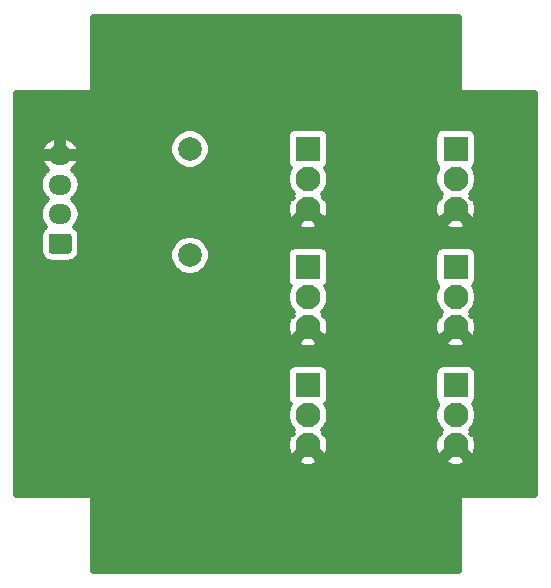
<source format=gbr>
%TF.GenerationSoftware,KiCad,Pcbnew,5.1.10-88a1d61d58~90~ubuntu20.04.1*%
%TF.CreationDate,2021-07-30T18:16:54+01:00*%
%TF.ProjectId,temp_breakout,74656d70-5f62-4726-9561-6b6f75742e6b,rev?*%
%TF.SameCoordinates,Original*%
%TF.FileFunction,Copper,L2,Bot*%
%TF.FilePolarity,Positive*%
%FSLAX46Y46*%
G04 Gerber Fmt 4.6, Leading zero omitted, Abs format (unit mm)*
G04 Created by KiCad (PCBNEW 5.1.10-88a1d61d58~90~ubuntu20.04.1) date 2021-07-30 18:16:54*
%MOMM*%
%LPD*%
G01*
G04 APERTURE LIST*
%TA.AperFunction,ComponentPad*%
%ADD10C,2.100000*%
%TD*%
%TA.AperFunction,ComponentPad*%
%ADD11R,2.100000X2.100000*%
%TD*%
%TA.AperFunction,ComponentPad*%
%ADD12C,2.000000*%
%TD*%
%TA.AperFunction,ComponentPad*%
%ADD13O,1.950000X1.700000*%
%TD*%
%TA.AperFunction,Conductor*%
%ADD14C,0.500000*%
%TD*%
%TA.AperFunction,Conductor*%
%ADD15C,0.100000*%
%TD*%
G04 APERTURE END LIST*
D10*
%TO.P,J5,3*%
%TO.N,GND*%
X150000000Y-97580000D03*
%TO.P,J5,2*%
%TO.N,esp_pin*%
X150000000Y-95040000D03*
D11*
%TO.P,J5,1*%
%TO.N,+5V*%
X150000000Y-92500000D03*
%TD*%
D10*
%TO.P,J7,3*%
%TO.N,GND*%
X150000000Y-107580000D03*
%TO.P,J7,2*%
%TO.N,esp_pin*%
X150000000Y-105040000D03*
D11*
%TO.P,J7,1*%
%TO.N,+5V*%
X150000000Y-102500000D03*
%TD*%
D10*
%TO.P,J6,3*%
%TO.N,GND*%
X150000000Y-117580000D03*
%TO.P,J6,2*%
%TO.N,esp_pin*%
X150000000Y-115040000D03*
D11*
%TO.P,J6,1*%
%TO.N,+5V*%
X150000000Y-112500000D03*
%TD*%
D10*
%TO.P,J3,3*%
%TO.N,GND*%
X137500000Y-117580000D03*
%TO.P,J3,2*%
%TO.N,esp_pin*%
X137500000Y-115040000D03*
D11*
%TO.P,J3,1*%
%TO.N,+5V*%
X137500000Y-112500000D03*
%TD*%
D10*
%TO.P,J4,3*%
%TO.N,GND*%
X137500000Y-107580000D03*
%TO.P,J4,2*%
%TO.N,esp_pin*%
X137500000Y-105040000D03*
D11*
%TO.P,J4,1*%
%TO.N,+5V*%
X137500000Y-102500000D03*
%TD*%
D12*
%TO.P,R1,2*%
%TO.N,+5V*%
X127500000Y-92500000D03*
%TO.P,R1,1*%
%TO.N,esp_pin*%
X127500000Y-101500000D03*
%TD*%
D10*
%TO.P,J2,3*%
%TO.N,GND*%
X137500000Y-97580000D03*
%TO.P,J2,2*%
%TO.N,esp_pin*%
X137500000Y-95040000D03*
D11*
%TO.P,J2,1*%
%TO.N,+5V*%
X137500000Y-92500000D03*
%TD*%
D13*
%TO.P,J1,4*%
%TO.N,GND*%
X116500000Y-93000000D03*
%TO.P,J1,3*%
%TO.N,+5V*%
X116500000Y-95500000D03*
%TO.P,J1,2*%
%TO.N,Net-(J1-Pad2)*%
X116500000Y-98000000D03*
%TO.P,J1,1*%
%TO.N,esp_pin*%
%TA.AperFunction,ComponentPad*%
G36*
G01*
X117225000Y-101350000D02*
X115775000Y-101350000D01*
G75*
G02*
X115525000Y-101100000I0J250000D01*
G01*
X115525000Y-99900000D01*
G75*
G02*
X115775000Y-99650000I250000J0D01*
G01*
X117225000Y-99650000D01*
G75*
G02*
X117475000Y-99900000I0J-250000D01*
G01*
X117475000Y-101100000D01*
G75*
G02*
X117225000Y-101350000I-250000J0D01*
G01*
G37*
%TD.AperFunction*%
%TD*%
D14*
%TO.N,GND*%
X150250000Y-87500000D02*
X150254804Y-87548773D01*
X150269030Y-87595671D01*
X150292133Y-87638893D01*
X150323223Y-87676777D01*
X150361107Y-87707867D01*
X150404329Y-87730970D01*
X150451227Y-87745196D01*
X150500000Y-87750000D01*
X156725000Y-87750000D01*
X156725001Y-121750000D01*
X150500000Y-121750000D01*
X150451227Y-121754804D01*
X150404329Y-121769030D01*
X150361107Y-121792133D01*
X150323223Y-121823223D01*
X150292133Y-121861107D01*
X150269030Y-121904329D01*
X150254804Y-121951227D01*
X150250000Y-122000000D01*
X150250000Y-128225000D01*
X119250000Y-128225000D01*
X119250000Y-122000000D01*
X119245196Y-121951227D01*
X119230970Y-121904329D01*
X119207867Y-121861107D01*
X119176777Y-121823223D01*
X119138893Y-121792133D01*
X119095671Y-121769030D01*
X119048773Y-121754804D01*
X119000000Y-121750000D01*
X112775000Y-121750000D01*
X112775000Y-118889432D01*
X136544121Y-118889432D01*
X136649327Y-119176178D01*
X136977070Y-119311466D01*
X137324910Y-119380215D01*
X137679479Y-119379782D01*
X138027150Y-119310185D01*
X138350673Y-119176178D01*
X138455879Y-118889432D01*
X149044121Y-118889432D01*
X149149327Y-119176178D01*
X149477070Y-119311466D01*
X149824910Y-119380215D01*
X150179479Y-119379782D01*
X150527150Y-119310185D01*
X150850673Y-119176178D01*
X150955879Y-118889432D01*
X150000000Y-117933553D01*
X149044121Y-118889432D01*
X138455879Y-118889432D01*
X137500000Y-117933553D01*
X136544121Y-118889432D01*
X112775000Y-118889432D01*
X112775000Y-111450000D01*
X135696372Y-111450000D01*
X135696372Y-113550000D01*
X135710853Y-113697026D01*
X135753739Y-113838401D01*
X135823381Y-113968693D01*
X135917105Y-114082895D01*
X135954287Y-114113409D01*
X135904861Y-114187380D01*
X135769173Y-114514959D01*
X135700000Y-114862716D01*
X135700000Y-115217284D01*
X135769173Y-115565041D01*
X135904861Y-115892620D01*
X136101849Y-116187433D01*
X136219113Y-116304697D01*
X136045126Y-116478683D01*
X136190565Y-116624122D01*
X135903822Y-116729327D01*
X135768534Y-117057070D01*
X135699785Y-117404910D01*
X135700218Y-117759479D01*
X135769815Y-118107150D01*
X135903822Y-118430673D01*
X136190568Y-118535879D01*
X137146447Y-117580000D01*
X137132305Y-117565858D01*
X137485858Y-117212305D01*
X137500000Y-117226447D01*
X137514143Y-117212305D01*
X137867696Y-117565858D01*
X137853553Y-117580000D01*
X138809432Y-118535879D01*
X139096178Y-118430673D01*
X139231466Y-118102930D01*
X139300215Y-117755090D01*
X139299782Y-117400521D01*
X139230185Y-117052850D01*
X139096178Y-116729327D01*
X138809435Y-116624122D01*
X138954874Y-116478683D01*
X138780888Y-116304697D01*
X138898151Y-116187433D01*
X139095139Y-115892620D01*
X139230827Y-115565041D01*
X139300000Y-115217284D01*
X139300000Y-114862716D01*
X139230827Y-114514959D01*
X139095139Y-114187380D01*
X139045713Y-114113409D01*
X139082895Y-114082895D01*
X139176619Y-113968693D01*
X139246261Y-113838401D01*
X139289147Y-113697026D01*
X139303628Y-113550000D01*
X139303628Y-111450000D01*
X148196372Y-111450000D01*
X148196372Y-113550000D01*
X148210853Y-113697026D01*
X148253739Y-113838401D01*
X148323381Y-113968693D01*
X148417105Y-114082895D01*
X148454287Y-114113409D01*
X148404861Y-114187380D01*
X148269173Y-114514959D01*
X148200000Y-114862716D01*
X148200000Y-115217284D01*
X148269173Y-115565041D01*
X148404861Y-115892620D01*
X148601849Y-116187433D01*
X148719113Y-116304697D01*
X148545126Y-116478683D01*
X148690565Y-116624122D01*
X148403822Y-116729327D01*
X148268534Y-117057070D01*
X148199785Y-117404910D01*
X148200218Y-117759479D01*
X148269815Y-118107150D01*
X148403822Y-118430673D01*
X148690568Y-118535879D01*
X149646447Y-117580000D01*
X149632305Y-117565858D01*
X149985858Y-117212305D01*
X150000000Y-117226447D01*
X150014143Y-117212305D01*
X150367696Y-117565858D01*
X150353553Y-117580000D01*
X151309432Y-118535879D01*
X151596178Y-118430673D01*
X151731466Y-118102930D01*
X151800215Y-117755090D01*
X151799782Y-117400521D01*
X151730185Y-117052850D01*
X151596178Y-116729327D01*
X151309435Y-116624122D01*
X151454874Y-116478683D01*
X151280888Y-116304697D01*
X151398151Y-116187433D01*
X151595139Y-115892620D01*
X151730827Y-115565041D01*
X151800000Y-115217284D01*
X151800000Y-114862716D01*
X151730827Y-114514959D01*
X151595139Y-114187380D01*
X151545713Y-114113409D01*
X151582895Y-114082895D01*
X151676619Y-113968693D01*
X151746261Y-113838401D01*
X151789147Y-113697026D01*
X151803628Y-113550000D01*
X151803628Y-111450000D01*
X151789147Y-111302974D01*
X151746261Y-111161599D01*
X151676619Y-111031307D01*
X151582895Y-110917105D01*
X151468693Y-110823381D01*
X151338401Y-110753739D01*
X151197026Y-110710853D01*
X151050000Y-110696372D01*
X148950000Y-110696372D01*
X148802974Y-110710853D01*
X148661599Y-110753739D01*
X148531307Y-110823381D01*
X148417105Y-110917105D01*
X148323381Y-111031307D01*
X148253739Y-111161599D01*
X148210853Y-111302974D01*
X148196372Y-111450000D01*
X139303628Y-111450000D01*
X139289147Y-111302974D01*
X139246261Y-111161599D01*
X139176619Y-111031307D01*
X139082895Y-110917105D01*
X138968693Y-110823381D01*
X138838401Y-110753739D01*
X138697026Y-110710853D01*
X138550000Y-110696372D01*
X136450000Y-110696372D01*
X136302974Y-110710853D01*
X136161599Y-110753739D01*
X136031307Y-110823381D01*
X135917105Y-110917105D01*
X135823381Y-111031307D01*
X135753739Y-111161599D01*
X135710853Y-111302974D01*
X135696372Y-111450000D01*
X112775000Y-111450000D01*
X112775000Y-108889432D01*
X136544121Y-108889432D01*
X136649327Y-109176178D01*
X136977070Y-109311466D01*
X137324910Y-109380215D01*
X137679479Y-109379782D01*
X138027150Y-109310185D01*
X138350673Y-109176178D01*
X138455879Y-108889432D01*
X149044121Y-108889432D01*
X149149327Y-109176178D01*
X149477070Y-109311466D01*
X149824910Y-109380215D01*
X150179479Y-109379782D01*
X150527150Y-109310185D01*
X150850673Y-109176178D01*
X150955879Y-108889432D01*
X150000000Y-107933553D01*
X149044121Y-108889432D01*
X138455879Y-108889432D01*
X137500000Y-107933553D01*
X136544121Y-108889432D01*
X112775000Y-108889432D01*
X112775000Y-95500000D01*
X114767259Y-95500000D01*
X114798151Y-95813655D01*
X114889641Y-96115256D01*
X115038212Y-96393213D01*
X115238155Y-96636845D01*
X115376035Y-96750000D01*
X115238155Y-96863155D01*
X115038212Y-97106787D01*
X114889641Y-97384744D01*
X114798151Y-97686345D01*
X114767259Y-98000000D01*
X114798151Y-98313655D01*
X114889641Y-98615256D01*
X115038212Y-98893213D01*
X115194828Y-99084050D01*
X115065328Y-99190328D01*
X114940514Y-99342414D01*
X114847769Y-99515928D01*
X114790656Y-99704202D01*
X114771372Y-99900000D01*
X114771372Y-101100000D01*
X114790656Y-101295798D01*
X114847769Y-101484072D01*
X114940514Y-101657586D01*
X115065328Y-101809672D01*
X115217414Y-101934486D01*
X115390928Y-102027231D01*
X115579202Y-102084344D01*
X115775000Y-102103628D01*
X117225000Y-102103628D01*
X117420798Y-102084344D01*
X117609072Y-102027231D01*
X117782586Y-101934486D01*
X117934672Y-101809672D01*
X118059486Y-101657586D01*
X118152231Y-101484072D01*
X118199684Y-101327640D01*
X125750000Y-101327640D01*
X125750000Y-101672360D01*
X125817251Y-102010456D01*
X125949170Y-102328936D01*
X126140686Y-102615560D01*
X126384440Y-102859314D01*
X126671064Y-103050830D01*
X126989544Y-103182749D01*
X127327640Y-103250000D01*
X127672360Y-103250000D01*
X128010456Y-103182749D01*
X128328936Y-103050830D01*
X128615560Y-102859314D01*
X128859314Y-102615560D01*
X129050830Y-102328936D01*
X129182749Y-102010456D01*
X129250000Y-101672360D01*
X129250000Y-101450000D01*
X135696372Y-101450000D01*
X135696372Y-103550000D01*
X135710853Y-103697026D01*
X135753739Y-103838401D01*
X135823381Y-103968693D01*
X135917105Y-104082895D01*
X135954287Y-104113409D01*
X135904861Y-104187380D01*
X135769173Y-104514959D01*
X135700000Y-104862716D01*
X135700000Y-105217284D01*
X135769173Y-105565041D01*
X135904861Y-105892620D01*
X136101849Y-106187433D01*
X136219113Y-106304697D01*
X136045126Y-106478683D01*
X136190565Y-106624122D01*
X135903822Y-106729327D01*
X135768534Y-107057070D01*
X135699785Y-107404910D01*
X135700218Y-107759479D01*
X135769815Y-108107150D01*
X135903822Y-108430673D01*
X136190568Y-108535879D01*
X137146447Y-107580000D01*
X137132305Y-107565858D01*
X137485858Y-107212305D01*
X137500000Y-107226447D01*
X137514143Y-107212305D01*
X137867696Y-107565858D01*
X137853553Y-107580000D01*
X138809432Y-108535879D01*
X139096178Y-108430673D01*
X139231466Y-108102930D01*
X139300215Y-107755090D01*
X139299782Y-107400521D01*
X139230185Y-107052850D01*
X139096178Y-106729327D01*
X138809435Y-106624122D01*
X138954874Y-106478683D01*
X138780888Y-106304697D01*
X138898151Y-106187433D01*
X139095139Y-105892620D01*
X139230827Y-105565041D01*
X139300000Y-105217284D01*
X139300000Y-104862716D01*
X139230827Y-104514959D01*
X139095139Y-104187380D01*
X139045713Y-104113409D01*
X139082895Y-104082895D01*
X139176619Y-103968693D01*
X139246261Y-103838401D01*
X139289147Y-103697026D01*
X139303628Y-103550000D01*
X139303628Y-101450000D01*
X148196372Y-101450000D01*
X148196372Y-103550000D01*
X148210853Y-103697026D01*
X148253739Y-103838401D01*
X148323381Y-103968693D01*
X148417105Y-104082895D01*
X148454287Y-104113409D01*
X148404861Y-104187380D01*
X148269173Y-104514959D01*
X148200000Y-104862716D01*
X148200000Y-105217284D01*
X148269173Y-105565041D01*
X148404861Y-105892620D01*
X148601849Y-106187433D01*
X148719113Y-106304697D01*
X148545126Y-106478683D01*
X148690565Y-106624122D01*
X148403822Y-106729327D01*
X148268534Y-107057070D01*
X148199785Y-107404910D01*
X148200218Y-107759479D01*
X148269815Y-108107150D01*
X148403822Y-108430673D01*
X148690568Y-108535879D01*
X149646447Y-107580000D01*
X149632305Y-107565858D01*
X149985858Y-107212305D01*
X150000000Y-107226447D01*
X150014143Y-107212305D01*
X150367696Y-107565858D01*
X150353553Y-107580000D01*
X151309432Y-108535879D01*
X151596178Y-108430673D01*
X151731466Y-108102930D01*
X151800215Y-107755090D01*
X151799782Y-107400521D01*
X151730185Y-107052850D01*
X151596178Y-106729327D01*
X151309435Y-106624122D01*
X151454874Y-106478683D01*
X151280888Y-106304697D01*
X151398151Y-106187433D01*
X151595139Y-105892620D01*
X151730827Y-105565041D01*
X151800000Y-105217284D01*
X151800000Y-104862716D01*
X151730827Y-104514959D01*
X151595139Y-104187380D01*
X151545713Y-104113409D01*
X151582895Y-104082895D01*
X151676619Y-103968693D01*
X151746261Y-103838401D01*
X151789147Y-103697026D01*
X151803628Y-103550000D01*
X151803628Y-101450000D01*
X151789147Y-101302974D01*
X151746261Y-101161599D01*
X151676619Y-101031307D01*
X151582895Y-100917105D01*
X151468693Y-100823381D01*
X151338401Y-100753739D01*
X151197026Y-100710853D01*
X151050000Y-100696372D01*
X148950000Y-100696372D01*
X148802974Y-100710853D01*
X148661599Y-100753739D01*
X148531307Y-100823381D01*
X148417105Y-100917105D01*
X148323381Y-101031307D01*
X148253739Y-101161599D01*
X148210853Y-101302974D01*
X148196372Y-101450000D01*
X139303628Y-101450000D01*
X139289147Y-101302974D01*
X139246261Y-101161599D01*
X139176619Y-101031307D01*
X139082895Y-100917105D01*
X138968693Y-100823381D01*
X138838401Y-100753739D01*
X138697026Y-100710853D01*
X138550000Y-100696372D01*
X136450000Y-100696372D01*
X136302974Y-100710853D01*
X136161599Y-100753739D01*
X136031307Y-100823381D01*
X135917105Y-100917105D01*
X135823381Y-101031307D01*
X135753739Y-101161599D01*
X135710853Y-101302974D01*
X135696372Y-101450000D01*
X129250000Y-101450000D01*
X129250000Y-101327640D01*
X129182749Y-100989544D01*
X129050830Y-100671064D01*
X128859314Y-100384440D01*
X128615560Y-100140686D01*
X128328936Y-99949170D01*
X128010456Y-99817251D01*
X127672360Y-99750000D01*
X127327640Y-99750000D01*
X126989544Y-99817251D01*
X126671064Y-99949170D01*
X126384440Y-100140686D01*
X126140686Y-100384440D01*
X125949170Y-100671064D01*
X125817251Y-100989544D01*
X125750000Y-101327640D01*
X118199684Y-101327640D01*
X118209344Y-101295798D01*
X118228628Y-101100000D01*
X118228628Y-99900000D01*
X118209344Y-99704202D01*
X118152231Y-99515928D01*
X118059486Y-99342414D01*
X117934672Y-99190328D01*
X117805172Y-99084050D01*
X117961788Y-98893213D01*
X117963808Y-98889432D01*
X136544121Y-98889432D01*
X136649327Y-99176178D01*
X136977070Y-99311466D01*
X137324910Y-99380215D01*
X137679479Y-99379782D01*
X138027150Y-99310185D01*
X138350673Y-99176178D01*
X138455879Y-98889432D01*
X149044121Y-98889432D01*
X149149327Y-99176178D01*
X149477070Y-99311466D01*
X149824910Y-99380215D01*
X150179479Y-99379782D01*
X150527150Y-99310185D01*
X150850673Y-99176178D01*
X150955879Y-98889432D01*
X150000000Y-97933553D01*
X149044121Y-98889432D01*
X138455879Y-98889432D01*
X137500000Y-97933553D01*
X136544121Y-98889432D01*
X117963808Y-98889432D01*
X118110359Y-98615256D01*
X118201849Y-98313655D01*
X118232741Y-98000000D01*
X118201849Y-97686345D01*
X118110359Y-97384744D01*
X117961788Y-97106787D01*
X117761845Y-96863155D01*
X117623965Y-96750000D01*
X117761845Y-96636845D01*
X117961788Y-96393213D01*
X118110359Y-96115256D01*
X118201849Y-95813655D01*
X118232741Y-95500000D01*
X118201849Y-95186345D01*
X118110359Y-94884744D01*
X117961788Y-94606787D01*
X117761845Y-94363155D01*
X117615728Y-94243240D01*
X117796226Y-94082876D01*
X117984980Y-93833574D01*
X118121471Y-93552238D01*
X118146783Y-93494143D01*
X118015200Y-93250000D01*
X116750000Y-93250000D01*
X116750000Y-93270000D01*
X116250000Y-93270000D01*
X116250000Y-93250000D01*
X114984800Y-93250000D01*
X114853217Y-93494143D01*
X114878529Y-93552238D01*
X115015020Y-93833574D01*
X115203774Y-94082876D01*
X115384272Y-94243240D01*
X115238155Y-94363155D01*
X115038212Y-94606787D01*
X114889641Y-94884744D01*
X114798151Y-95186345D01*
X114767259Y-95500000D01*
X112775000Y-95500000D01*
X112775000Y-92505857D01*
X114853217Y-92505857D01*
X114984800Y-92750000D01*
X116250000Y-92750000D01*
X116250000Y-91597291D01*
X116750000Y-91597291D01*
X116750000Y-92750000D01*
X118015200Y-92750000D01*
X118146783Y-92505857D01*
X118121471Y-92447762D01*
X118063194Y-92327640D01*
X125750000Y-92327640D01*
X125750000Y-92672360D01*
X125817251Y-93010456D01*
X125949170Y-93328936D01*
X126140686Y-93615560D01*
X126384440Y-93859314D01*
X126671064Y-94050830D01*
X126989544Y-94182749D01*
X127327640Y-94250000D01*
X127672360Y-94250000D01*
X128010456Y-94182749D01*
X128328936Y-94050830D01*
X128615560Y-93859314D01*
X128859314Y-93615560D01*
X129050830Y-93328936D01*
X129182749Y-93010456D01*
X129250000Y-92672360D01*
X129250000Y-92327640D01*
X129182749Y-91989544D01*
X129050830Y-91671064D01*
X128903120Y-91450000D01*
X135696372Y-91450000D01*
X135696372Y-93550000D01*
X135710853Y-93697026D01*
X135753739Y-93838401D01*
X135823381Y-93968693D01*
X135917105Y-94082895D01*
X135954287Y-94113409D01*
X135904861Y-94187380D01*
X135769173Y-94514959D01*
X135700000Y-94862716D01*
X135700000Y-95217284D01*
X135769173Y-95565041D01*
X135904861Y-95892620D01*
X136101849Y-96187433D01*
X136219113Y-96304697D01*
X136045126Y-96478683D01*
X136190565Y-96624122D01*
X135903822Y-96729327D01*
X135768534Y-97057070D01*
X135699785Y-97404910D01*
X135700218Y-97759479D01*
X135769815Y-98107150D01*
X135903822Y-98430673D01*
X136190568Y-98535879D01*
X137146447Y-97580000D01*
X137132305Y-97565858D01*
X137485858Y-97212305D01*
X137500000Y-97226447D01*
X137514143Y-97212305D01*
X137867696Y-97565858D01*
X137853553Y-97580000D01*
X138809432Y-98535879D01*
X139096178Y-98430673D01*
X139231466Y-98102930D01*
X139300215Y-97755090D01*
X139299782Y-97400521D01*
X139230185Y-97052850D01*
X139096178Y-96729327D01*
X138809435Y-96624122D01*
X138954874Y-96478683D01*
X138780888Y-96304697D01*
X138898151Y-96187433D01*
X139095139Y-95892620D01*
X139230827Y-95565041D01*
X139300000Y-95217284D01*
X139300000Y-94862716D01*
X139230827Y-94514959D01*
X139095139Y-94187380D01*
X139045713Y-94113409D01*
X139082895Y-94082895D01*
X139176619Y-93968693D01*
X139246261Y-93838401D01*
X139289147Y-93697026D01*
X139303628Y-93550000D01*
X139303628Y-91450000D01*
X148196372Y-91450000D01*
X148196372Y-93550000D01*
X148210853Y-93697026D01*
X148253739Y-93838401D01*
X148323381Y-93968693D01*
X148417105Y-94082895D01*
X148454287Y-94113409D01*
X148404861Y-94187380D01*
X148269173Y-94514959D01*
X148200000Y-94862716D01*
X148200000Y-95217284D01*
X148269173Y-95565041D01*
X148404861Y-95892620D01*
X148601849Y-96187433D01*
X148719113Y-96304697D01*
X148545126Y-96478683D01*
X148690565Y-96624122D01*
X148403822Y-96729327D01*
X148268534Y-97057070D01*
X148199785Y-97404910D01*
X148200218Y-97759479D01*
X148269815Y-98107150D01*
X148403822Y-98430673D01*
X148690568Y-98535879D01*
X149646447Y-97580000D01*
X149632305Y-97565858D01*
X149985858Y-97212305D01*
X150000000Y-97226447D01*
X150014143Y-97212305D01*
X150367696Y-97565858D01*
X150353553Y-97580000D01*
X151309432Y-98535879D01*
X151596178Y-98430673D01*
X151731466Y-98102930D01*
X151800215Y-97755090D01*
X151799782Y-97400521D01*
X151730185Y-97052850D01*
X151596178Y-96729327D01*
X151309435Y-96624122D01*
X151454874Y-96478683D01*
X151280888Y-96304697D01*
X151398151Y-96187433D01*
X151595139Y-95892620D01*
X151730827Y-95565041D01*
X151800000Y-95217284D01*
X151800000Y-94862716D01*
X151730827Y-94514959D01*
X151595139Y-94187380D01*
X151545713Y-94113409D01*
X151582895Y-94082895D01*
X151676619Y-93968693D01*
X151746261Y-93838401D01*
X151789147Y-93697026D01*
X151803628Y-93550000D01*
X151803628Y-91450000D01*
X151789147Y-91302974D01*
X151746261Y-91161599D01*
X151676619Y-91031307D01*
X151582895Y-90917105D01*
X151468693Y-90823381D01*
X151338401Y-90753739D01*
X151197026Y-90710853D01*
X151050000Y-90696372D01*
X148950000Y-90696372D01*
X148802974Y-90710853D01*
X148661599Y-90753739D01*
X148531307Y-90823381D01*
X148417105Y-90917105D01*
X148323381Y-91031307D01*
X148253739Y-91161599D01*
X148210853Y-91302974D01*
X148196372Y-91450000D01*
X139303628Y-91450000D01*
X139289147Y-91302974D01*
X139246261Y-91161599D01*
X139176619Y-91031307D01*
X139082895Y-90917105D01*
X138968693Y-90823381D01*
X138838401Y-90753739D01*
X138697026Y-90710853D01*
X138550000Y-90696372D01*
X136450000Y-90696372D01*
X136302974Y-90710853D01*
X136161599Y-90753739D01*
X136031307Y-90823381D01*
X135917105Y-90917105D01*
X135823381Y-91031307D01*
X135753739Y-91161599D01*
X135710853Y-91302974D01*
X135696372Y-91450000D01*
X128903120Y-91450000D01*
X128859314Y-91384440D01*
X128615560Y-91140686D01*
X128328936Y-90949170D01*
X128010456Y-90817251D01*
X127672360Y-90750000D01*
X127327640Y-90750000D01*
X126989544Y-90817251D01*
X126671064Y-90949170D01*
X126384440Y-91140686D01*
X126140686Y-91384440D01*
X125949170Y-91671064D01*
X125817251Y-91989544D01*
X125750000Y-92327640D01*
X118063194Y-92327640D01*
X117984980Y-92166426D01*
X117796226Y-91917124D01*
X117562463Y-91709436D01*
X117292673Y-91551344D01*
X116997225Y-91448923D01*
X116750000Y-91597291D01*
X116250000Y-91597291D01*
X116002775Y-91448923D01*
X115707327Y-91551344D01*
X115437537Y-91709436D01*
X115203774Y-91917124D01*
X115015020Y-92166426D01*
X114878529Y-92447762D01*
X114853217Y-92505857D01*
X112775000Y-92505857D01*
X112775000Y-87750000D01*
X119000000Y-87750000D01*
X119048773Y-87745196D01*
X119095671Y-87730970D01*
X119138893Y-87707867D01*
X119176777Y-87676777D01*
X119207867Y-87638893D01*
X119230970Y-87595671D01*
X119245196Y-87548773D01*
X119250000Y-87500000D01*
X119250000Y-81275000D01*
X150250000Y-81275000D01*
X150250000Y-87500000D01*
%TA.AperFunction,Conductor*%
D15*
G36*
X150250000Y-87500000D02*
G01*
X150254804Y-87548773D01*
X150269030Y-87595671D01*
X150292133Y-87638893D01*
X150323223Y-87676777D01*
X150361107Y-87707867D01*
X150404329Y-87730970D01*
X150451227Y-87745196D01*
X150500000Y-87750000D01*
X156725000Y-87750000D01*
X156725001Y-121750000D01*
X150500000Y-121750000D01*
X150451227Y-121754804D01*
X150404329Y-121769030D01*
X150361107Y-121792133D01*
X150323223Y-121823223D01*
X150292133Y-121861107D01*
X150269030Y-121904329D01*
X150254804Y-121951227D01*
X150250000Y-122000000D01*
X150250000Y-128225000D01*
X119250000Y-128225000D01*
X119250000Y-122000000D01*
X119245196Y-121951227D01*
X119230970Y-121904329D01*
X119207867Y-121861107D01*
X119176777Y-121823223D01*
X119138893Y-121792133D01*
X119095671Y-121769030D01*
X119048773Y-121754804D01*
X119000000Y-121750000D01*
X112775000Y-121750000D01*
X112775000Y-118889432D01*
X136544121Y-118889432D01*
X136649327Y-119176178D01*
X136977070Y-119311466D01*
X137324910Y-119380215D01*
X137679479Y-119379782D01*
X138027150Y-119310185D01*
X138350673Y-119176178D01*
X138455879Y-118889432D01*
X149044121Y-118889432D01*
X149149327Y-119176178D01*
X149477070Y-119311466D01*
X149824910Y-119380215D01*
X150179479Y-119379782D01*
X150527150Y-119310185D01*
X150850673Y-119176178D01*
X150955879Y-118889432D01*
X150000000Y-117933553D01*
X149044121Y-118889432D01*
X138455879Y-118889432D01*
X137500000Y-117933553D01*
X136544121Y-118889432D01*
X112775000Y-118889432D01*
X112775000Y-111450000D01*
X135696372Y-111450000D01*
X135696372Y-113550000D01*
X135710853Y-113697026D01*
X135753739Y-113838401D01*
X135823381Y-113968693D01*
X135917105Y-114082895D01*
X135954287Y-114113409D01*
X135904861Y-114187380D01*
X135769173Y-114514959D01*
X135700000Y-114862716D01*
X135700000Y-115217284D01*
X135769173Y-115565041D01*
X135904861Y-115892620D01*
X136101849Y-116187433D01*
X136219113Y-116304697D01*
X136045126Y-116478683D01*
X136190565Y-116624122D01*
X135903822Y-116729327D01*
X135768534Y-117057070D01*
X135699785Y-117404910D01*
X135700218Y-117759479D01*
X135769815Y-118107150D01*
X135903822Y-118430673D01*
X136190568Y-118535879D01*
X137146447Y-117580000D01*
X137132305Y-117565858D01*
X137485858Y-117212305D01*
X137500000Y-117226447D01*
X137514143Y-117212305D01*
X137867696Y-117565858D01*
X137853553Y-117580000D01*
X138809432Y-118535879D01*
X139096178Y-118430673D01*
X139231466Y-118102930D01*
X139300215Y-117755090D01*
X139299782Y-117400521D01*
X139230185Y-117052850D01*
X139096178Y-116729327D01*
X138809435Y-116624122D01*
X138954874Y-116478683D01*
X138780888Y-116304697D01*
X138898151Y-116187433D01*
X139095139Y-115892620D01*
X139230827Y-115565041D01*
X139300000Y-115217284D01*
X139300000Y-114862716D01*
X139230827Y-114514959D01*
X139095139Y-114187380D01*
X139045713Y-114113409D01*
X139082895Y-114082895D01*
X139176619Y-113968693D01*
X139246261Y-113838401D01*
X139289147Y-113697026D01*
X139303628Y-113550000D01*
X139303628Y-111450000D01*
X148196372Y-111450000D01*
X148196372Y-113550000D01*
X148210853Y-113697026D01*
X148253739Y-113838401D01*
X148323381Y-113968693D01*
X148417105Y-114082895D01*
X148454287Y-114113409D01*
X148404861Y-114187380D01*
X148269173Y-114514959D01*
X148200000Y-114862716D01*
X148200000Y-115217284D01*
X148269173Y-115565041D01*
X148404861Y-115892620D01*
X148601849Y-116187433D01*
X148719113Y-116304697D01*
X148545126Y-116478683D01*
X148690565Y-116624122D01*
X148403822Y-116729327D01*
X148268534Y-117057070D01*
X148199785Y-117404910D01*
X148200218Y-117759479D01*
X148269815Y-118107150D01*
X148403822Y-118430673D01*
X148690568Y-118535879D01*
X149646447Y-117580000D01*
X149632305Y-117565858D01*
X149985858Y-117212305D01*
X150000000Y-117226447D01*
X150014143Y-117212305D01*
X150367696Y-117565858D01*
X150353553Y-117580000D01*
X151309432Y-118535879D01*
X151596178Y-118430673D01*
X151731466Y-118102930D01*
X151800215Y-117755090D01*
X151799782Y-117400521D01*
X151730185Y-117052850D01*
X151596178Y-116729327D01*
X151309435Y-116624122D01*
X151454874Y-116478683D01*
X151280888Y-116304697D01*
X151398151Y-116187433D01*
X151595139Y-115892620D01*
X151730827Y-115565041D01*
X151800000Y-115217284D01*
X151800000Y-114862716D01*
X151730827Y-114514959D01*
X151595139Y-114187380D01*
X151545713Y-114113409D01*
X151582895Y-114082895D01*
X151676619Y-113968693D01*
X151746261Y-113838401D01*
X151789147Y-113697026D01*
X151803628Y-113550000D01*
X151803628Y-111450000D01*
X151789147Y-111302974D01*
X151746261Y-111161599D01*
X151676619Y-111031307D01*
X151582895Y-110917105D01*
X151468693Y-110823381D01*
X151338401Y-110753739D01*
X151197026Y-110710853D01*
X151050000Y-110696372D01*
X148950000Y-110696372D01*
X148802974Y-110710853D01*
X148661599Y-110753739D01*
X148531307Y-110823381D01*
X148417105Y-110917105D01*
X148323381Y-111031307D01*
X148253739Y-111161599D01*
X148210853Y-111302974D01*
X148196372Y-111450000D01*
X139303628Y-111450000D01*
X139289147Y-111302974D01*
X139246261Y-111161599D01*
X139176619Y-111031307D01*
X139082895Y-110917105D01*
X138968693Y-110823381D01*
X138838401Y-110753739D01*
X138697026Y-110710853D01*
X138550000Y-110696372D01*
X136450000Y-110696372D01*
X136302974Y-110710853D01*
X136161599Y-110753739D01*
X136031307Y-110823381D01*
X135917105Y-110917105D01*
X135823381Y-111031307D01*
X135753739Y-111161599D01*
X135710853Y-111302974D01*
X135696372Y-111450000D01*
X112775000Y-111450000D01*
X112775000Y-108889432D01*
X136544121Y-108889432D01*
X136649327Y-109176178D01*
X136977070Y-109311466D01*
X137324910Y-109380215D01*
X137679479Y-109379782D01*
X138027150Y-109310185D01*
X138350673Y-109176178D01*
X138455879Y-108889432D01*
X149044121Y-108889432D01*
X149149327Y-109176178D01*
X149477070Y-109311466D01*
X149824910Y-109380215D01*
X150179479Y-109379782D01*
X150527150Y-109310185D01*
X150850673Y-109176178D01*
X150955879Y-108889432D01*
X150000000Y-107933553D01*
X149044121Y-108889432D01*
X138455879Y-108889432D01*
X137500000Y-107933553D01*
X136544121Y-108889432D01*
X112775000Y-108889432D01*
X112775000Y-95500000D01*
X114767259Y-95500000D01*
X114798151Y-95813655D01*
X114889641Y-96115256D01*
X115038212Y-96393213D01*
X115238155Y-96636845D01*
X115376035Y-96750000D01*
X115238155Y-96863155D01*
X115038212Y-97106787D01*
X114889641Y-97384744D01*
X114798151Y-97686345D01*
X114767259Y-98000000D01*
X114798151Y-98313655D01*
X114889641Y-98615256D01*
X115038212Y-98893213D01*
X115194828Y-99084050D01*
X115065328Y-99190328D01*
X114940514Y-99342414D01*
X114847769Y-99515928D01*
X114790656Y-99704202D01*
X114771372Y-99900000D01*
X114771372Y-101100000D01*
X114790656Y-101295798D01*
X114847769Y-101484072D01*
X114940514Y-101657586D01*
X115065328Y-101809672D01*
X115217414Y-101934486D01*
X115390928Y-102027231D01*
X115579202Y-102084344D01*
X115775000Y-102103628D01*
X117225000Y-102103628D01*
X117420798Y-102084344D01*
X117609072Y-102027231D01*
X117782586Y-101934486D01*
X117934672Y-101809672D01*
X118059486Y-101657586D01*
X118152231Y-101484072D01*
X118199684Y-101327640D01*
X125750000Y-101327640D01*
X125750000Y-101672360D01*
X125817251Y-102010456D01*
X125949170Y-102328936D01*
X126140686Y-102615560D01*
X126384440Y-102859314D01*
X126671064Y-103050830D01*
X126989544Y-103182749D01*
X127327640Y-103250000D01*
X127672360Y-103250000D01*
X128010456Y-103182749D01*
X128328936Y-103050830D01*
X128615560Y-102859314D01*
X128859314Y-102615560D01*
X129050830Y-102328936D01*
X129182749Y-102010456D01*
X129250000Y-101672360D01*
X129250000Y-101450000D01*
X135696372Y-101450000D01*
X135696372Y-103550000D01*
X135710853Y-103697026D01*
X135753739Y-103838401D01*
X135823381Y-103968693D01*
X135917105Y-104082895D01*
X135954287Y-104113409D01*
X135904861Y-104187380D01*
X135769173Y-104514959D01*
X135700000Y-104862716D01*
X135700000Y-105217284D01*
X135769173Y-105565041D01*
X135904861Y-105892620D01*
X136101849Y-106187433D01*
X136219113Y-106304697D01*
X136045126Y-106478683D01*
X136190565Y-106624122D01*
X135903822Y-106729327D01*
X135768534Y-107057070D01*
X135699785Y-107404910D01*
X135700218Y-107759479D01*
X135769815Y-108107150D01*
X135903822Y-108430673D01*
X136190568Y-108535879D01*
X137146447Y-107580000D01*
X137132305Y-107565858D01*
X137485858Y-107212305D01*
X137500000Y-107226447D01*
X137514143Y-107212305D01*
X137867696Y-107565858D01*
X137853553Y-107580000D01*
X138809432Y-108535879D01*
X139096178Y-108430673D01*
X139231466Y-108102930D01*
X139300215Y-107755090D01*
X139299782Y-107400521D01*
X139230185Y-107052850D01*
X139096178Y-106729327D01*
X138809435Y-106624122D01*
X138954874Y-106478683D01*
X138780888Y-106304697D01*
X138898151Y-106187433D01*
X139095139Y-105892620D01*
X139230827Y-105565041D01*
X139300000Y-105217284D01*
X139300000Y-104862716D01*
X139230827Y-104514959D01*
X139095139Y-104187380D01*
X139045713Y-104113409D01*
X139082895Y-104082895D01*
X139176619Y-103968693D01*
X139246261Y-103838401D01*
X139289147Y-103697026D01*
X139303628Y-103550000D01*
X139303628Y-101450000D01*
X148196372Y-101450000D01*
X148196372Y-103550000D01*
X148210853Y-103697026D01*
X148253739Y-103838401D01*
X148323381Y-103968693D01*
X148417105Y-104082895D01*
X148454287Y-104113409D01*
X148404861Y-104187380D01*
X148269173Y-104514959D01*
X148200000Y-104862716D01*
X148200000Y-105217284D01*
X148269173Y-105565041D01*
X148404861Y-105892620D01*
X148601849Y-106187433D01*
X148719113Y-106304697D01*
X148545126Y-106478683D01*
X148690565Y-106624122D01*
X148403822Y-106729327D01*
X148268534Y-107057070D01*
X148199785Y-107404910D01*
X148200218Y-107759479D01*
X148269815Y-108107150D01*
X148403822Y-108430673D01*
X148690568Y-108535879D01*
X149646447Y-107580000D01*
X149632305Y-107565858D01*
X149985858Y-107212305D01*
X150000000Y-107226447D01*
X150014143Y-107212305D01*
X150367696Y-107565858D01*
X150353553Y-107580000D01*
X151309432Y-108535879D01*
X151596178Y-108430673D01*
X151731466Y-108102930D01*
X151800215Y-107755090D01*
X151799782Y-107400521D01*
X151730185Y-107052850D01*
X151596178Y-106729327D01*
X151309435Y-106624122D01*
X151454874Y-106478683D01*
X151280888Y-106304697D01*
X151398151Y-106187433D01*
X151595139Y-105892620D01*
X151730827Y-105565041D01*
X151800000Y-105217284D01*
X151800000Y-104862716D01*
X151730827Y-104514959D01*
X151595139Y-104187380D01*
X151545713Y-104113409D01*
X151582895Y-104082895D01*
X151676619Y-103968693D01*
X151746261Y-103838401D01*
X151789147Y-103697026D01*
X151803628Y-103550000D01*
X151803628Y-101450000D01*
X151789147Y-101302974D01*
X151746261Y-101161599D01*
X151676619Y-101031307D01*
X151582895Y-100917105D01*
X151468693Y-100823381D01*
X151338401Y-100753739D01*
X151197026Y-100710853D01*
X151050000Y-100696372D01*
X148950000Y-100696372D01*
X148802974Y-100710853D01*
X148661599Y-100753739D01*
X148531307Y-100823381D01*
X148417105Y-100917105D01*
X148323381Y-101031307D01*
X148253739Y-101161599D01*
X148210853Y-101302974D01*
X148196372Y-101450000D01*
X139303628Y-101450000D01*
X139289147Y-101302974D01*
X139246261Y-101161599D01*
X139176619Y-101031307D01*
X139082895Y-100917105D01*
X138968693Y-100823381D01*
X138838401Y-100753739D01*
X138697026Y-100710853D01*
X138550000Y-100696372D01*
X136450000Y-100696372D01*
X136302974Y-100710853D01*
X136161599Y-100753739D01*
X136031307Y-100823381D01*
X135917105Y-100917105D01*
X135823381Y-101031307D01*
X135753739Y-101161599D01*
X135710853Y-101302974D01*
X135696372Y-101450000D01*
X129250000Y-101450000D01*
X129250000Y-101327640D01*
X129182749Y-100989544D01*
X129050830Y-100671064D01*
X128859314Y-100384440D01*
X128615560Y-100140686D01*
X128328936Y-99949170D01*
X128010456Y-99817251D01*
X127672360Y-99750000D01*
X127327640Y-99750000D01*
X126989544Y-99817251D01*
X126671064Y-99949170D01*
X126384440Y-100140686D01*
X126140686Y-100384440D01*
X125949170Y-100671064D01*
X125817251Y-100989544D01*
X125750000Y-101327640D01*
X118199684Y-101327640D01*
X118209344Y-101295798D01*
X118228628Y-101100000D01*
X118228628Y-99900000D01*
X118209344Y-99704202D01*
X118152231Y-99515928D01*
X118059486Y-99342414D01*
X117934672Y-99190328D01*
X117805172Y-99084050D01*
X117961788Y-98893213D01*
X117963808Y-98889432D01*
X136544121Y-98889432D01*
X136649327Y-99176178D01*
X136977070Y-99311466D01*
X137324910Y-99380215D01*
X137679479Y-99379782D01*
X138027150Y-99310185D01*
X138350673Y-99176178D01*
X138455879Y-98889432D01*
X149044121Y-98889432D01*
X149149327Y-99176178D01*
X149477070Y-99311466D01*
X149824910Y-99380215D01*
X150179479Y-99379782D01*
X150527150Y-99310185D01*
X150850673Y-99176178D01*
X150955879Y-98889432D01*
X150000000Y-97933553D01*
X149044121Y-98889432D01*
X138455879Y-98889432D01*
X137500000Y-97933553D01*
X136544121Y-98889432D01*
X117963808Y-98889432D01*
X118110359Y-98615256D01*
X118201849Y-98313655D01*
X118232741Y-98000000D01*
X118201849Y-97686345D01*
X118110359Y-97384744D01*
X117961788Y-97106787D01*
X117761845Y-96863155D01*
X117623965Y-96750000D01*
X117761845Y-96636845D01*
X117961788Y-96393213D01*
X118110359Y-96115256D01*
X118201849Y-95813655D01*
X118232741Y-95500000D01*
X118201849Y-95186345D01*
X118110359Y-94884744D01*
X117961788Y-94606787D01*
X117761845Y-94363155D01*
X117615728Y-94243240D01*
X117796226Y-94082876D01*
X117984980Y-93833574D01*
X118121471Y-93552238D01*
X118146783Y-93494143D01*
X118015200Y-93250000D01*
X116750000Y-93250000D01*
X116750000Y-93270000D01*
X116250000Y-93270000D01*
X116250000Y-93250000D01*
X114984800Y-93250000D01*
X114853217Y-93494143D01*
X114878529Y-93552238D01*
X115015020Y-93833574D01*
X115203774Y-94082876D01*
X115384272Y-94243240D01*
X115238155Y-94363155D01*
X115038212Y-94606787D01*
X114889641Y-94884744D01*
X114798151Y-95186345D01*
X114767259Y-95500000D01*
X112775000Y-95500000D01*
X112775000Y-92505857D01*
X114853217Y-92505857D01*
X114984800Y-92750000D01*
X116250000Y-92750000D01*
X116250000Y-91597291D01*
X116750000Y-91597291D01*
X116750000Y-92750000D01*
X118015200Y-92750000D01*
X118146783Y-92505857D01*
X118121471Y-92447762D01*
X118063194Y-92327640D01*
X125750000Y-92327640D01*
X125750000Y-92672360D01*
X125817251Y-93010456D01*
X125949170Y-93328936D01*
X126140686Y-93615560D01*
X126384440Y-93859314D01*
X126671064Y-94050830D01*
X126989544Y-94182749D01*
X127327640Y-94250000D01*
X127672360Y-94250000D01*
X128010456Y-94182749D01*
X128328936Y-94050830D01*
X128615560Y-93859314D01*
X128859314Y-93615560D01*
X129050830Y-93328936D01*
X129182749Y-93010456D01*
X129250000Y-92672360D01*
X129250000Y-92327640D01*
X129182749Y-91989544D01*
X129050830Y-91671064D01*
X128903120Y-91450000D01*
X135696372Y-91450000D01*
X135696372Y-93550000D01*
X135710853Y-93697026D01*
X135753739Y-93838401D01*
X135823381Y-93968693D01*
X135917105Y-94082895D01*
X135954287Y-94113409D01*
X135904861Y-94187380D01*
X135769173Y-94514959D01*
X135700000Y-94862716D01*
X135700000Y-95217284D01*
X135769173Y-95565041D01*
X135904861Y-95892620D01*
X136101849Y-96187433D01*
X136219113Y-96304697D01*
X136045126Y-96478683D01*
X136190565Y-96624122D01*
X135903822Y-96729327D01*
X135768534Y-97057070D01*
X135699785Y-97404910D01*
X135700218Y-97759479D01*
X135769815Y-98107150D01*
X135903822Y-98430673D01*
X136190568Y-98535879D01*
X137146447Y-97580000D01*
X137132305Y-97565858D01*
X137485858Y-97212305D01*
X137500000Y-97226447D01*
X137514143Y-97212305D01*
X137867696Y-97565858D01*
X137853553Y-97580000D01*
X138809432Y-98535879D01*
X139096178Y-98430673D01*
X139231466Y-98102930D01*
X139300215Y-97755090D01*
X139299782Y-97400521D01*
X139230185Y-97052850D01*
X139096178Y-96729327D01*
X138809435Y-96624122D01*
X138954874Y-96478683D01*
X138780888Y-96304697D01*
X138898151Y-96187433D01*
X139095139Y-95892620D01*
X139230827Y-95565041D01*
X139300000Y-95217284D01*
X139300000Y-94862716D01*
X139230827Y-94514959D01*
X139095139Y-94187380D01*
X139045713Y-94113409D01*
X139082895Y-94082895D01*
X139176619Y-93968693D01*
X139246261Y-93838401D01*
X139289147Y-93697026D01*
X139303628Y-93550000D01*
X139303628Y-91450000D01*
X148196372Y-91450000D01*
X148196372Y-93550000D01*
X148210853Y-93697026D01*
X148253739Y-93838401D01*
X148323381Y-93968693D01*
X148417105Y-94082895D01*
X148454287Y-94113409D01*
X148404861Y-94187380D01*
X148269173Y-94514959D01*
X148200000Y-94862716D01*
X148200000Y-95217284D01*
X148269173Y-95565041D01*
X148404861Y-95892620D01*
X148601849Y-96187433D01*
X148719113Y-96304697D01*
X148545126Y-96478683D01*
X148690565Y-96624122D01*
X148403822Y-96729327D01*
X148268534Y-97057070D01*
X148199785Y-97404910D01*
X148200218Y-97759479D01*
X148269815Y-98107150D01*
X148403822Y-98430673D01*
X148690568Y-98535879D01*
X149646447Y-97580000D01*
X149632305Y-97565858D01*
X149985858Y-97212305D01*
X150000000Y-97226447D01*
X150014143Y-97212305D01*
X150367696Y-97565858D01*
X150353553Y-97580000D01*
X151309432Y-98535879D01*
X151596178Y-98430673D01*
X151731466Y-98102930D01*
X151800215Y-97755090D01*
X151799782Y-97400521D01*
X151730185Y-97052850D01*
X151596178Y-96729327D01*
X151309435Y-96624122D01*
X151454874Y-96478683D01*
X151280888Y-96304697D01*
X151398151Y-96187433D01*
X151595139Y-95892620D01*
X151730827Y-95565041D01*
X151800000Y-95217284D01*
X151800000Y-94862716D01*
X151730827Y-94514959D01*
X151595139Y-94187380D01*
X151545713Y-94113409D01*
X151582895Y-94082895D01*
X151676619Y-93968693D01*
X151746261Y-93838401D01*
X151789147Y-93697026D01*
X151803628Y-93550000D01*
X151803628Y-91450000D01*
X151789147Y-91302974D01*
X151746261Y-91161599D01*
X151676619Y-91031307D01*
X151582895Y-90917105D01*
X151468693Y-90823381D01*
X151338401Y-90753739D01*
X151197026Y-90710853D01*
X151050000Y-90696372D01*
X148950000Y-90696372D01*
X148802974Y-90710853D01*
X148661599Y-90753739D01*
X148531307Y-90823381D01*
X148417105Y-90917105D01*
X148323381Y-91031307D01*
X148253739Y-91161599D01*
X148210853Y-91302974D01*
X148196372Y-91450000D01*
X139303628Y-91450000D01*
X139289147Y-91302974D01*
X139246261Y-91161599D01*
X139176619Y-91031307D01*
X139082895Y-90917105D01*
X138968693Y-90823381D01*
X138838401Y-90753739D01*
X138697026Y-90710853D01*
X138550000Y-90696372D01*
X136450000Y-90696372D01*
X136302974Y-90710853D01*
X136161599Y-90753739D01*
X136031307Y-90823381D01*
X135917105Y-90917105D01*
X135823381Y-91031307D01*
X135753739Y-91161599D01*
X135710853Y-91302974D01*
X135696372Y-91450000D01*
X128903120Y-91450000D01*
X128859314Y-91384440D01*
X128615560Y-91140686D01*
X128328936Y-90949170D01*
X128010456Y-90817251D01*
X127672360Y-90750000D01*
X127327640Y-90750000D01*
X126989544Y-90817251D01*
X126671064Y-90949170D01*
X126384440Y-91140686D01*
X126140686Y-91384440D01*
X125949170Y-91671064D01*
X125817251Y-91989544D01*
X125750000Y-92327640D01*
X118063194Y-92327640D01*
X117984980Y-92166426D01*
X117796226Y-91917124D01*
X117562463Y-91709436D01*
X117292673Y-91551344D01*
X116997225Y-91448923D01*
X116750000Y-91597291D01*
X116250000Y-91597291D01*
X116002775Y-91448923D01*
X115707327Y-91551344D01*
X115437537Y-91709436D01*
X115203774Y-91917124D01*
X115015020Y-92166426D01*
X114878529Y-92447762D01*
X114853217Y-92505857D01*
X112775000Y-92505857D01*
X112775000Y-87750000D01*
X119000000Y-87750000D01*
X119048773Y-87745196D01*
X119095671Y-87730970D01*
X119138893Y-87707867D01*
X119176777Y-87676777D01*
X119207867Y-87638893D01*
X119230970Y-87595671D01*
X119245196Y-87548773D01*
X119250000Y-87500000D01*
X119250000Y-81275000D01*
X150250000Y-81275000D01*
X150250000Y-87500000D01*
G37*
%TD.AperFunction*%
%TD*%
M02*

</source>
